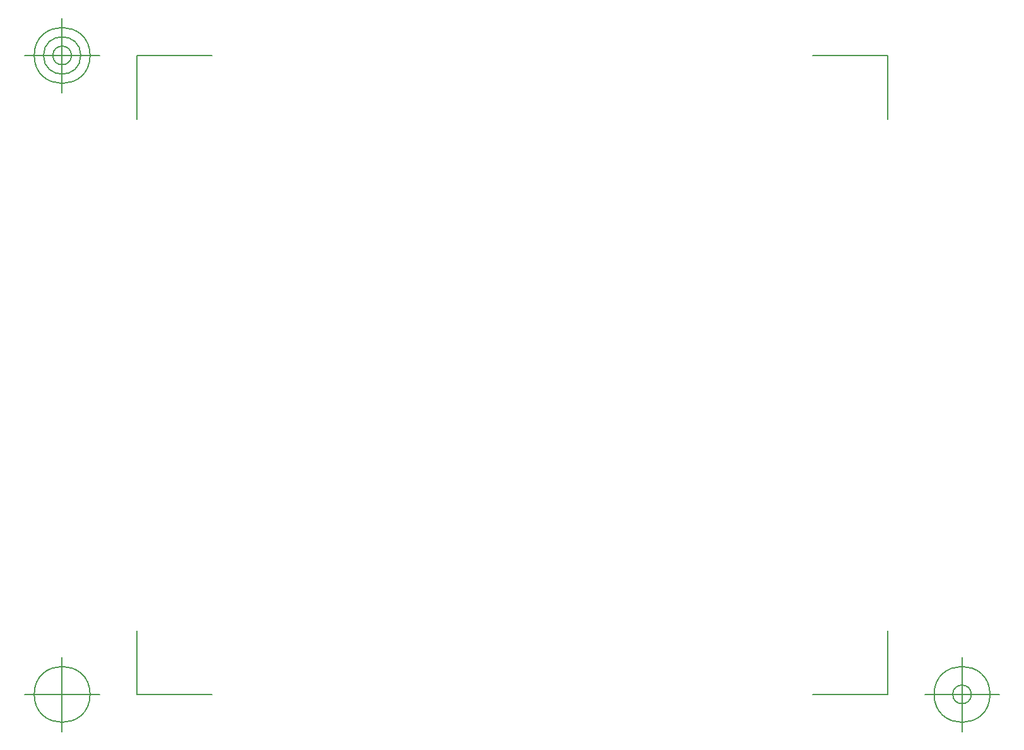
<source format=gbr>
G04 Generated by Ultiboard 13.0 *
%FSLAX24Y24*%
%MOIN*%

%ADD10C,0.0001*%
%ADD11C,0.0050*%


G04 ColorRGB 9900CC for the following layer *
%LNGlue Mask Bottom*%
%LPD*%
G54D10*
G54D11*
X-150Y-150D02*
X-150Y3226D01*
X-150Y-150D02*
X3817Y-150D01*
X39520Y-150D02*
X35553Y-150D01*
X39520Y-150D02*
X39520Y3226D01*
X39520Y33615D02*
X39520Y30238D01*
X39520Y33615D02*
X35553Y33615D01*
X-150Y33615D02*
X3817Y33615D01*
X-150Y33615D02*
X-150Y30238D01*
X-2119Y-150D02*
X-6056Y-150D01*
X-4087Y-2119D02*
X-4087Y1819D01*
X-5563Y-150D02*
G75*
D01*
G02X-5563Y-150I1476J0*
G01*
X41489Y-150D02*
X45426Y-150D01*
X43457Y-2119D02*
X43457Y1819D01*
X41981Y-150D02*
G75*
D01*
G02X41981Y-150I1476J0*
G01*
X42965Y-150D02*
G75*
D01*
G02X42965Y-150I492J0*
G01*
X-2119Y33615D02*
X-6056Y33615D01*
X-4087Y31646D02*
X-4087Y35583D01*
X-5563Y33615D02*
G75*
D01*
G02X-5563Y33615I1476J0*
G01*
X-5071Y33615D02*
G75*
D01*
G02X-5071Y33615I984J0*
G01*
X-4579Y33615D02*
G75*
D01*
G02X-4579Y33615I492J0*
G01*

M02*

</source>
